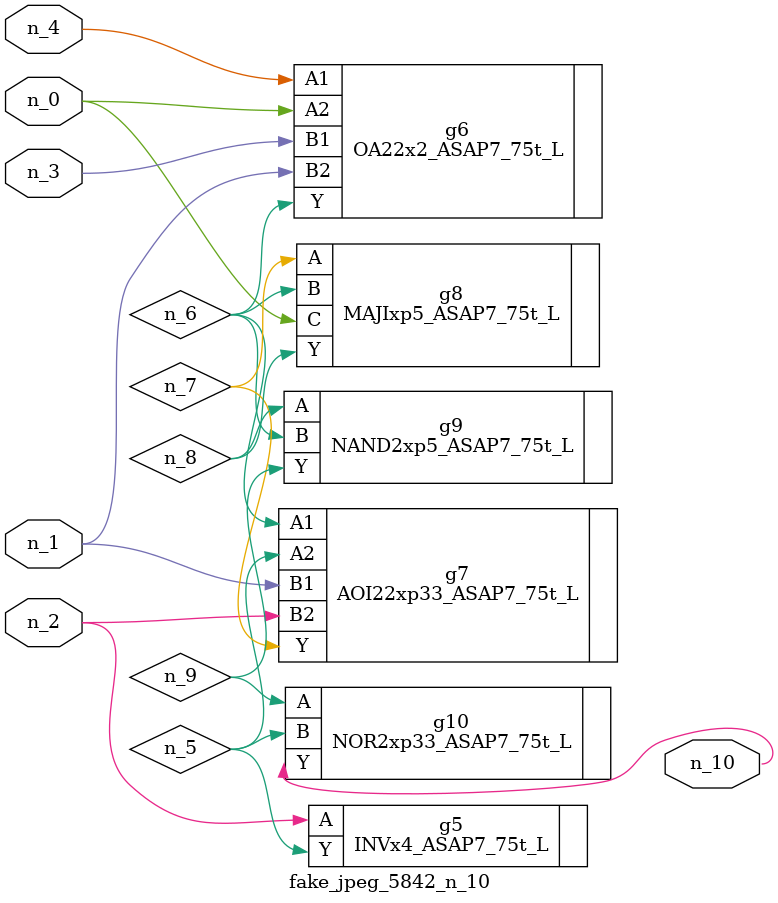
<source format=v>
module fake_jpeg_5842_n_10 (n_3, n_2, n_1, n_0, n_4, n_10);

input n_3;
input n_2;
input n_1;
input n_0;
input n_4;

output n_10;

wire n_8;
wire n_9;
wire n_6;
wire n_5;
wire n_7;

INVx4_ASAP7_75t_L g5 ( 
.A(n_2),
.Y(n_5)
);

OA22x2_ASAP7_75t_L g6 ( 
.A1(n_4),
.A2(n_0),
.B1(n_3),
.B2(n_1),
.Y(n_6)
);

AOI22xp33_ASAP7_75t_L g7 ( 
.A1(n_6),
.A2(n_5),
.B1(n_1),
.B2(n_2),
.Y(n_7)
);

MAJIxp5_ASAP7_75t_L g8 ( 
.A(n_7),
.B(n_6),
.C(n_0),
.Y(n_8)
);

NAND2xp5_ASAP7_75t_L g9 ( 
.A(n_8),
.B(n_6),
.Y(n_9)
);

NOR2xp33_ASAP7_75t_L g10 ( 
.A(n_9),
.B(n_5),
.Y(n_10)
);


endmodule
</source>
